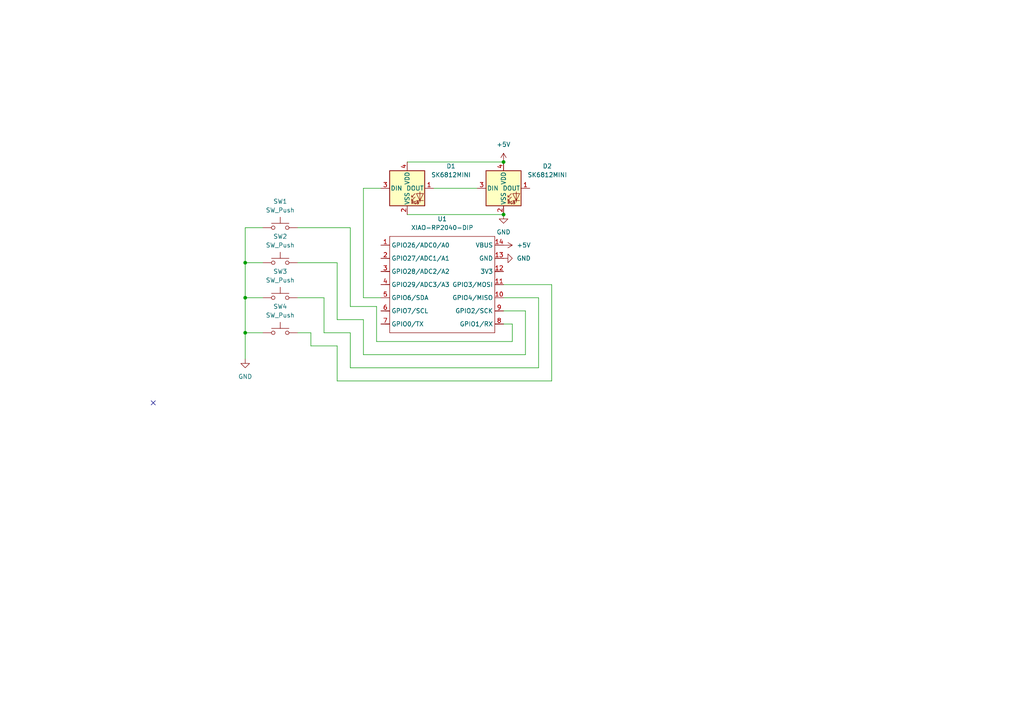
<source format=kicad_sch>
(kicad_sch
	(version 20250114)
	(generator "eeschema")
	(generator_version "9.0")
	(uuid "9a5a79c0-16e6-41c3-b33d-d46bf9886866")
	(paper "A4")
	(lib_symbols
		(symbol "LED:SK6812MINI"
			(pin_names
				(offset 0.254)
			)
			(exclude_from_sim no)
			(in_bom yes)
			(on_board yes)
			(property "Reference" "D"
				(at 5.08 5.715 0)
				(effects
					(font
						(size 1.27 1.27)
					)
					(justify right bottom)
				)
			)
			(property "Value" "SK6812MINI"
				(at 1.27 -5.715 0)
				(effects
					(font
						(size 1.27 1.27)
					)
					(justify left top)
				)
			)
			(property "Footprint" "LED_SMD:LED_SK6812MINI_PLCC4_3.5x3.5mm_P1.75mm"
				(at 1.27 -7.62 0)
				(effects
					(font
						(size 1.27 1.27)
					)
					(justify left top)
					(hide yes)
				)
			)
			(property "Datasheet" "https://cdn-shop.adafruit.com/product-files/2686/SK6812MINI_REV.01-1-2.pdf"
				(at 2.54 -9.525 0)
				(effects
					(font
						(size 1.27 1.27)
					)
					(justify left top)
					(hide yes)
				)
			)
			(property "Description" "RGB LED with integrated controller"
				(at 0 0 0)
				(effects
					(font
						(size 1.27 1.27)
					)
					(hide yes)
				)
			)
			(property "ki_keywords" "RGB LED NeoPixel Mini addressable"
				(at 0 0 0)
				(effects
					(font
						(size 1.27 1.27)
					)
					(hide yes)
				)
			)
			(property "ki_fp_filters" "LED*SK6812MINI*PLCC*3.5x3.5mm*P1.75mm*"
				(at 0 0 0)
				(effects
					(font
						(size 1.27 1.27)
					)
					(hide yes)
				)
			)
			(symbol "SK6812MINI_0_0"
				(text "RGB"
					(at 2.286 -4.191 0)
					(effects
						(font
							(size 0.762 0.762)
						)
					)
				)
			)
			(symbol "SK6812MINI_0_1"
				(polyline
					(pts
						(xy 1.27 -2.54) (xy 1.778 -2.54)
					)
					(stroke
						(width 0)
						(type default)
					)
					(fill
						(type none)
					)
				)
				(polyline
					(pts
						(xy 1.27 -3.556) (xy 1.778 -3.556)
					)
					(stroke
						(width 0)
						(type default)
					)
					(fill
						(type none)
					)
				)
				(polyline
					(pts
						(xy 2.286 -1.524) (xy 1.27 -2.54) (xy 1.27 -2.032)
					)
					(stroke
						(width 0)
						(type default)
					)
					(fill
						(type none)
					)
				)
				(polyline
					(pts
						(xy 2.286 -2.54) (xy 1.27 -3.556) (xy 1.27 -3.048)
					)
					(stroke
						(width 0)
						(type default)
					)
					(fill
						(type none)
					)
				)
				(polyline
					(pts
						(xy 3.683 -1.016) (xy 3.683 -3.556) (xy 3.683 -4.064)
					)
					(stroke
						(width 0)
						(type default)
					)
					(fill
						(type none)
					)
				)
				(polyline
					(pts
						(xy 4.699 -1.524) (xy 2.667 -1.524) (xy 3.683 -3.556) (xy 4.699 -1.524)
					)
					(stroke
						(width 0)
						(type default)
					)
					(fill
						(type none)
					)
				)
				(polyline
					(pts
						(xy 4.699 -3.556) (xy 2.667 -3.556)
					)
					(stroke
						(width 0)
						(type default)
					)
					(fill
						(type none)
					)
				)
				(rectangle
					(start 5.08 5.08)
					(end -5.08 -5.08)
					(stroke
						(width 0.254)
						(type default)
					)
					(fill
						(type background)
					)
				)
			)
			(symbol "SK6812MINI_1_1"
				(pin input line
					(at -7.62 0 0)
					(length 2.54)
					(name "DIN"
						(effects
							(font
								(size 1.27 1.27)
							)
						)
					)
					(number "3"
						(effects
							(font
								(size 1.27 1.27)
							)
						)
					)
				)
				(pin power_in line
					(at 0 7.62 270)
					(length 2.54)
					(name "VDD"
						(effects
							(font
								(size 1.27 1.27)
							)
						)
					)
					(number "4"
						(effects
							(font
								(size 1.27 1.27)
							)
						)
					)
				)
				(pin power_in line
					(at 0 -7.62 90)
					(length 2.54)
					(name "VSS"
						(effects
							(font
								(size 1.27 1.27)
							)
						)
					)
					(number "2"
						(effects
							(font
								(size 1.27 1.27)
							)
						)
					)
				)
				(pin output line
					(at 7.62 0 180)
					(length 2.54)
					(name "DOUT"
						(effects
							(font
								(size 1.27 1.27)
							)
						)
					)
					(number "1"
						(effects
							(font
								(size 1.27 1.27)
							)
						)
					)
				)
			)
			(embedded_fonts no)
		)
		(symbol "OPL:XIAO-RP2040-DIP"
			(exclude_from_sim no)
			(in_bom yes)
			(on_board yes)
			(property "Reference" "U"
				(at 0 0 0)
				(effects
					(font
						(size 1.27 1.27)
					)
				)
			)
			(property "Value" "XIAO-RP2040-DIP"
				(at 5.334 -1.778 0)
				(effects
					(font
						(size 1.27 1.27)
					)
				)
			)
			(property "Footprint" "Module:MOUDLE14P-XIAO-DIP-SMD"
				(at 14.478 -32.258 0)
				(effects
					(font
						(size 1.27 1.27)
					)
					(hide yes)
				)
			)
			(property "Datasheet" ""
				(at 0 0 0)
				(effects
					(font
						(size 1.27 1.27)
					)
					(hide yes)
				)
			)
			(property "Description" ""
				(at 0 0 0)
				(effects
					(font
						(size 1.27 1.27)
					)
					(hide yes)
				)
			)
			(symbol "XIAO-RP2040-DIP_1_0"
				(polyline
					(pts
						(xy -1.27 -2.54) (xy 29.21 -2.54)
					)
					(stroke
						(width 0.1524)
						(type solid)
					)
					(fill
						(type none)
					)
				)
				(polyline
					(pts
						(xy -1.27 -5.08) (xy -2.54 -5.08)
					)
					(stroke
						(width 0.1524)
						(type solid)
					)
					(fill
						(type none)
					)
				)
				(polyline
					(pts
						(xy -1.27 -5.08) (xy -1.27 -2.54)
					)
					(stroke
						(width 0.1524)
						(type solid)
					)
					(fill
						(type none)
					)
				)
				(polyline
					(pts
						(xy -1.27 -8.89) (xy -2.54 -8.89)
					)
					(stroke
						(width 0.1524)
						(type solid)
					)
					(fill
						(type none)
					)
				)
				(polyline
					(pts
						(xy -1.27 -8.89) (xy -1.27 -5.08)
					)
					(stroke
						(width 0.1524)
						(type solid)
					)
					(fill
						(type none)
					)
				)
				(polyline
					(pts
						(xy -1.27 -12.7) (xy -2.54 -12.7)
					)
					(stroke
						(width 0.1524)
						(type solid)
					)
					(fill
						(type none)
					)
				)
				(polyline
					(pts
						(xy -1.27 -12.7) (xy -1.27 -8.89)
					)
					(stroke
						(width 0.1524)
						(type solid)
					)
					(fill
						(type none)
					)
				)
				(polyline
					(pts
						(xy -1.27 -16.51) (xy -2.54 -16.51)
					)
					(stroke
						(width 0.1524)
						(type solid)
					)
					(fill
						(type none)
					)
				)
				(polyline
					(pts
						(xy -1.27 -16.51) (xy -1.27 -12.7)
					)
					(stroke
						(width 0.1524)
						(type solid)
					)
					(fill
						(type none)
					)
				)
				(polyline
					(pts
						(xy -1.27 -20.32) (xy -2.54 -20.32)
					)
					(stroke
						(width 0.1524)
						(type solid)
					)
					(fill
						(type none)
					)
				)
				(polyline
					(pts
						(xy -1.27 -24.13) (xy -2.54 -24.13)
					)
					(stroke
						(width 0.1524)
						(type solid)
					)
					(fill
						(type none)
					)
				)
				(polyline
					(pts
						(xy -1.27 -27.94) (xy -2.54 -27.94)
					)
					(stroke
						(width 0.1524)
						(type solid)
					)
					(fill
						(type none)
					)
				)
				(polyline
					(pts
						(xy -1.27 -30.48) (xy -1.27 -16.51)
					)
					(stroke
						(width 0.1524)
						(type solid)
					)
					(fill
						(type none)
					)
				)
				(polyline
					(pts
						(xy 29.21 -2.54) (xy 29.21 -5.08)
					)
					(stroke
						(width 0.1524)
						(type solid)
					)
					(fill
						(type none)
					)
				)
				(polyline
					(pts
						(xy 29.21 -5.08) (xy 29.21 -8.89)
					)
					(stroke
						(width 0.1524)
						(type solid)
					)
					(fill
						(type none)
					)
				)
				(polyline
					(pts
						(xy 29.21 -8.89) (xy 29.21 -12.7)
					)
					(stroke
						(width 0.1524)
						(type solid)
					)
					(fill
						(type none)
					)
				)
				(polyline
					(pts
						(xy 29.21 -12.7) (xy 29.21 -30.48)
					)
					(stroke
						(width 0.1524)
						(type solid)
					)
					(fill
						(type none)
					)
				)
				(polyline
					(pts
						(xy 29.21 -30.48) (xy -1.27 -30.48)
					)
					(stroke
						(width 0.1524)
						(type solid)
					)
					(fill
						(type none)
					)
				)
				(polyline
					(pts
						(xy 30.48 -5.08) (xy 29.21 -5.08)
					)
					(stroke
						(width 0.1524)
						(type solid)
					)
					(fill
						(type none)
					)
				)
				(polyline
					(pts
						(xy 30.48 -8.89) (xy 29.21 -8.89)
					)
					(stroke
						(width 0.1524)
						(type solid)
					)
					(fill
						(type none)
					)
				)
				(polyline
					(pts
						(xy 30.48 -12.7) (xy 29.21 -12.7)
					)
					(stroke
						(width 0.1524)
						(type solid)
					)
					(fill
						(type none)
					)
				)
				(polyline
					(pts
						(xy 30.48 -16.51) (xy 29.21 -16.51)
					)
					(stroke
						(width 0.1524)
						(type solid)
					)
					(fill
						(type none)
					)
				)
				(polyline
					(pts
						(xy 30.48 -20.32) (xy 29.21 -20.32)
					)
					(stroke
						(width 0.1524)
						(type solid)
					)
					(fill
						(type none)
					)
				)
				(polyline
					(pts
						(xy 30.48 -24.13) (xy 29.21 -24.13)
					)
					(stroke
						(width 0.1524)
						(type solid)
					)
					(fill
						(type none)
					)
				)
				(polyline
					(pts
						(xy 30.48 -27.94) (xy 29.21 -27.94)
					)
					(stroke
						(width 0.1524)
						(type solid)
					)
					(fill
						(type none)
					)
				)
				(pin passive line
					(at -3.81 -5.08 0)
					(length 2.54)
					(name "GPIO26/ADC0/A0"
						(effects
							(font
								(size 1.27 1.27)
							)
						)
					)
					(number "1"
						(effects
							(font
								(size 1.27 1.27)
							)
						)
					)
				)
				(pin passive line
					(at -3.81 -8.89 0)
					(length 2.54)
					(name "GPIO27/ADC1/A1"
						(effects
							(font
								(size 1.27 1.27)
							)
						)
					)
					(number "2"
						(effects
							(font
								(size 1.27 1.27)
							)
						)
					)
				)
				(pin passive line
					(at -3.81 -12.7 0)
					(length 2.54)
					(name "GPIO28/ADC2/A2"
						(effects
							(font
								(size 1.27 1.27)
							)
						)
					)
					(number "3"
						(effects
							(font
								(size 1.27 1.27)
							)
						)
					)
				)
				(pin passive line
					(at -3.81 -16.51 0)
					(length 2.54)
					(name "GPIO29/ADC3/A3"
						(effects
							(font
								(size 1.27 1.27)
							)
						)
					)
					(number "4"
						(effects
							(font
								(size 1.27 1.27)
							)
						)
					)
				)
				(pin passive line
					(at -3.81 -20.32 0)
					(length 2.54)
					(name "GPIO6/SDA"
						(effects
							(font
								(size 1.27 1.27)
							)
						)
					)
					(number "5"
						(effects
							(font
								(size 1.27 1.27)
							)
						)
					)
				)
				(pin passive line
					(at -3.81 -24.13 0)
					(length 2.54)
					(name "GPIO7/SCL"
						(effects
							(font
								(size 1.27 1.27)
							)
						)
					)
					(number "6"
						(effects
							(font
								(size 1.27 1.27)
							)
						)
					)
				)
				(pin passive line
					(at -3.81 -27.94 0)
					(length 2.54)
					(name "GPIO0/TX"
						(effects
							(font
								(size 1.27 1.27)
							)
						)
					)
					(number "7"
						(effects
							(font
								(size 1.27 1.27)
							)
						)
					)
				)
				(pin passive line
					(at 31.75 -5.08 180)
					(length 2.54)
					(name "VBUS"
						(effects
							(font
								(size 1.27 1.27)
							)
						)
					)
					(number "14"
						(effects
							(font
								(size 1.27 1.27)
							)
						)
					)
				)
				(pin passive line
					(at 31.75 -8.89 180)
					(length 2.54)
					(name "GND"
						(effects
							(font
								(size 1.27 1.27)
							)
						)
					)
					(number "13"
						(effects
							(font
								(size 1.27 1.27)
							)
						)
					)
				)
				(pin passive line
					(at 31.75 -12.7 180)
					(length 2.54)
					(name "3V3"
						(effects
							(font
								(size 1.27 1.27)
							)
						)
					)
					(number "12"
						(effects
							(font
								(size 1.27 1.27)
							)
						)
					)
				)
				(pin passive line
					(at 31.75 -16.51 180)
					(length 2.54)
					(name "GPIO3/MOSI"
						(effects
							(font
								(size 1.27 1.27)
							)
						)
					)
					(number "11"
						(effects
							(font
								(size 1.27 1.27)
							)
						)
					)
				)
				(pin passive line
					(at 31.75 -20.32 180)
					(length 2.54)
					(name "GPIO4/MISO"
						(effects
							(font
								(size 1.27 1.27)
							)
						)
					)
					(number "10"
						(effects
							(font
								(size 1.27 1.27)
							)
						)
					)
				)
				(pin passive line
					(at 31.75 -24.13 180)
					(length 2.54)
					(name "GPIO2/SCK"
						(effects
							(font
								(size 1.27 1.27)
							)
						)
					)
					(number "9"
						(effects
							(font
								(size 1.27 1.27)
							)
						)
					)
				)
				(pin passive line
					(at 31.75 -27.94 180)
					(length 2.54)
					(name "GPIO1/RX"
						(effects
							(font
								(size 1.27 1.27)
							)
						)
					)
					(number "8"
						(effects
							(font
								(size 1.27 1.27)
							)
						)
					)
				)
			)
			(embedded_fonts no)
		)
		(symbol "Switch:SW_Push"
			(pin_numbers
				(hide yes)
			)
			(pin_names
				(offset 1.016)
				(hide yes)
			)
			(exclude_from_sim no)
			(in_bom yes)
			(on_board yes)
			(property "Reference" "SW"
				(at 1.27 2.54 0)
				(effects
					(font
						(size 1.27 1.27)
					)
					(justify left)
				)
			)
			(property "Value" "SW_Push"
				(at 0 -1.524 0)
				(effects
					(font
						(size 1.27 1.27)
					)
				)
			)
			(property "Footprint" ""
				(at 0 5.08 0)
				(effects
					(font
						(size 1.27 1.27)
					)
					(hide yes)
				)
			)
			(property "Datasheet" "~"
				(at 0 5.08 0)
				(effects
					(font
						(size 1.27 1.27)
					)
					(hide yes)
				)
			)
			(property "Description" "Push button switch, generic, two pins"
				(at 0 0 0)
				(effects
					(font
						(size 1.27 1.27)
					)
					(hide yes)
				)
			)
			(property "ki_keywords" "switch normally-open pushbutton push-button"
				(at 0 0 0)
				(effects
					(font
						(size 1.27 1.27)
					)
					(hide yes)
				)
			)
			(symbol "SW_Push_0_1"
				(circle
					(center -2.032 0)
					(radius 0.508)
					(stroke
						(width 0)
						(type default)
					)
					(fill
						(type none)
					)
				)
				(polyline
					(pts
						(xy 0 1.27) (xy 0 3.048)
					)
					(stroke
						(width 0)
						(type default)
					)
					(fill
						(type none)
					)
				)
				(circle
					(center 2.032 0)
					(radius 0.508)
					(stroke
						(width 0)
						(type default)
					)
					(fill
						(type none)
					)
				)
				(polyline
					(pts
						(xy 2.54 1.27) (xy -2.54 1.27)
					)
					(stroke
						(width 0)
						(type default)
					)
					(fill
						(type none)
					)
				)
				(pin passive line
					(at -5.08 0 0)
					(length 2.54)
					(name "1"
						(effects
							(font
								(size 1.27 1.27)
							)
						)
					)
					(number "1"
						(effects
							(font
								(size 1.27 1.27)
							)
						)
					)
				)
				(pin passive line
					(at 5.08 0 180)
					(length 2.54)
					(name "2"
						(effects
							(font
								(size 1.27 1.27)
							)
						)
					)
					(number "2"
						(effects
							(font
								(size 1.27 1.27)
							)
						)
					)
				)
			)
			(embedded_fonts no)
		)
		(symbol "power:+5V"
			(power)
			(pin_numbers
				(hide yes)
			)
			(pin_names
				(offset 0)
				(hide yes)
			)
			(exclude_from_sim no)
			(in_bom yes)
			(on_board yes)
			(property "Reference" "#PWR"
				(at 0 -3.81 0)
				(effects
					(font
						(size 1.27 1.27)
					)
					(hide yes)
				)
			)
			(property "Value" "+5V"
				(at 0 3.556 0)
				(effects
					(font
						(size 1.27 1.27)
					)
				)
			)
			(property "Footprint" ""
				(at 0 0 0)
				(effects
					(font
						(size 1.27 1.27)
					)
					(hide yes)
				)
			)
			(property "Datasheet" ""
				(at 0 0 0)
				(effects
					(font
						(size 1.27 1.27)
					)
					(hide yes)
				)
			)
			(property "Description" "Power symbol creates a global label with name \"+5V\""
				(at 0 0 0)
				(effects
					(font
						(size 1.27 1.27)
					)
					(hide yes)
				)
			)
			(property "ki_keywords" "global power"
				(at 0 0 0)
				(effects
					(font
						(size 1.27 1.27)
					)
					(hide yes)
				)
			)
			(symbol "+5V_0_1"
				(polyline
					(pts
						(xy -0.762 1.27) (xy 0 2.54)
					)
					(stroke
						(width 0)
						(type default)
					)
					(fill
						(type none)
					)
				)
				(polyline
					(pts
						(xy 0 2.54) (xy 0.762 1.27)
					)
					(stroke
						(width 0)
						(type default)
					)
					(fill
						(type none)
					)
				)
				(polyline
					(pts
						(xy 0 0) (xy 0 2.54)
					)
					(stroke
						(width 0)
						(type default)
					)
					(fill
						(type none)
					)
				)
			)
			(symbol "+5V_1_1"
				(pin power_in line
					(at 0 0 90)
					(length 0)
					(name "~"
						(effects
							(font
								(size 1.27 1.27)
							)
						)
					)
					(number "1"
						(effects
							(font
								(size 1.27 1.27)
							)
						)
					)
				)
			)
			(embedded_fonts no)
		)
		(symbol "power:GND"
			(power)
			(pin_numbers
				(hide yes)
			)
			(pin_names
				(offset 0)
				(hide yes)
			)
			(exclude_from_sim no)
			(in_bom yes)
			(on_board yes)
			(property "Reference" "#PWR"
				(at 0 -6.35 0)
				(effects
					(font
						(size 1.27 1.27)
					)
					(hide yes)
				)
			)
			(property "Value" "GND"
				(at 0 -3.81 0)
				(effects
					(font
						(size 1.27 1.27)
					)
				)
			)
			(property "Footprint" ""
				(at 0 0 0)
				(effects
					(font
						(size 1.27 1.27)
					)
					(hide yes)
				)
			)
			(property "Datasheet" ""
				(at 0 0 0)
				(effects
					(font
						(size 1.27 1.27)
					)
					(hide yes)
				)
			)
			(property "Description" "Power symbol creates a global label with name \"GND\" , ground"
				(at 0 0 0)
				(effects
					(font
						(size 1.27 1.27)
					)
					(hide yes)
				)
			)
			(property "ki_keywords" "global power"
				(at 0 0 0)
				(effects
					(font
						(size 1.27 1.27)
					)
					(hide yes)
				)
			)
			(symbol "GND_0_1"
				(polyline
					(pts
						(xy 0 0) (xy 0 -1.27) (xy 1.27 -1.27) (xy 0 -2.54) (xy -1.27 -1.27) (xy 0 -1.27)
					)
					(stroke
						(width 0)
						(type default)
					)
					(fill
						(type none)
					)
				)
			)
			(symbol "GND_1_1"
				(pin power_in line
					(at 0 0 270)
					(length 0)
					(name "~"
						(effects
							(font
								(size 1.27 1.27)
							)
						)
					)
					(number "1"
						(effects
							(font
								(size 1.27 1.27)
							)
						)
					)
				)
			)
			(embedded_fonts no)
		)
	)
	(junction
		(at 71.12 76.2)
		(diameter 0)
		(color 0 0 0 0)
		(uuid "24bcf02c-610d-41a4-991a-037e6aea3b5e")
	)
	(junction
		(at 146.05 46.99)
		(diameter 0)
		(color 0 0 0 0)
		(uuid "c3688040-6f65-4067-b281-068b9e2aa820")
	)
	(junction
		(at 71.12 86.36)
		(diameter 0)
		(color 0 0 0 0)
		(uuid "d655bd56-fa70-4d9b-bb3e-c80563dfd2f7")
	)
	(junction
		(at 71.12 96.52)
		(diameter 0)
		(color 0 0 0 0)
		(uuid "e152acf9-e1da-435d-ad3f-e702c01536f9")
	)
	(junction
		(at 146.05 62.23)
		(diameter 0)
		(color 0 0 0 0)
		(uuid "eedc0442-2412-4bf6-b431-9bc76de35a09")
	)
	(no_connect
		(at 44.45 116.84)
		(uuid "591f20fe-0669-41ca-ab54-11c9d3e437dc")
	)
	(wire
		(pts
			(xy 101.6 96.52) (xy 101.6 106.68)
		)
		(stroke
			(width 0)
			(type default)
		)
		(uuid "0171106f-7f5d-48a6-9ae4-d51e4de00f9e")
	)
	(wire
		(pts
			(xy 97.79 92.71) (xy 105.41 92.71)
		)
		(stroke
			(width 0)
			(type default)
		)
		(uuid "0bac829f-cbdb-437f-89cd-105ac9ec6948")
	)
	(wire
		(pts
			(xy 76.2 66.04) (xy 71.12 66.04)
		)
		(stroke
			(width 0)
			(type default)
		)
		(uuid "0d0d0b17-2bae-4355-8be9-4b686086984f")
	)
	(wire
		(pts
			(xy 86.36 86.36) (xy 93.98 86.36)
		)
		(stroke
			(width 0)
			(type default)
		)
		(uuid "0f740e4a-1d63-4917-a7f1-e24be585008d")
	)
	(wire
		(pts
			(xy 109.22 99.06) (xy 148.59 99.06)
		)
		(stroke
			(width 0)
			(type default)
		)
		(uuid "15e88714-bbe7-411a-8103-636a971ed87c")
	)
	(wire
		(pts
			(xy 101.6 66.04) (xy 101.6 88.9)
		)
		(stroke
			(width 0)
			(type default)
		)
		(uuid "16192ec8-c68c-42e9-b1e3-b927f93831c1")
	)
	(wire
		(pts
			(xy 71.12 86.36) (xy 71.12 96.52)
		)
		(stroke
			(width 0)
			(type default)
		)
		(uuid "18e90e5f-6252-4b0e-9d31-01a4c2bf6ba5")
	)
	(wire
		(pts
			(xy 97.79 100.33) (xy 97.79 110.49)
		)
		(stroke
			(width 0)
			(type default)
		)
		(uuid "300d4e85-77a6-4a54-b7fd-639222a8ef1a")
	)
	(wire
		(pts
			(xy 71.12 86.36) (xy 76.2 86.36)
		)
		(stroke
			(width 0)
			(type default)
		)
		(uuid "360f16f7-86c7-41e4-aa32-81a112490953")
	)
	(wire
		(pts
			(xy 93.98 96.52) (xy 101.6 96.52)
		)
		(stroke
			(width 0)
			(type default)
		)
		(uuid "3dfdce01-fc39-4f42-99cf-8b3c1e16703d")
	)
	(wire
		(pts
			(xy 146.05 93.98) (xy 148.59 93.98)
		)
		(stroke
			(width 0)
			(type default)
		)
		(uuid "3f8bae9f-e0a6-445e-ad2e-fd89d35d0da4")
	)
	(wire
		(pts
			(xy 90.17 96.52) (xy 90.17 100.33)
		)
		(stroke
			(width 0)
			(type default)
		)
		(uuid "517c317e-62c1-4b04-88ee-f722606aa3e7")
	)
	(wire
		(pts
			(xy 101.6 106.68) (xy 156.21 106.68)
		)
		(stroke
			(width 0)
			(type default)
		)
		(uuid "57733d1c-372c-48bc-beba-93f04a336f2c")
	)
	(wire
		(pts
			(xy 146.05 90.17) (xy 152.4 90.17)
		)
		(stroke
			(width 0)
			(type default)
		)
		(uuid "5b09955a-ca53-4e8e-ad9e-2429068d4bc9")
	)
	(wire
		(pts
			(xy 86.36 66.04) (xy 101.6 66.04)
		)
		(stroke
			(width 0)
			(type default)
		)
		(uuid "5c64c5a2-d6ca-47e5-aceb-98865487bed6")
	)
	(wire
		(pts
			(xy 71.12 66.04) (xy 71.12 76.2)
		)
		(stroke
			(width 0)
			(type default)
		)
		(uuid "61c71a5a-f7a1-449d-863e-5df8773ac2a2")
	)
	(wire
		(pts
			(xy 160.02 110.49) (xy 160.02 82.55)
		)
		(stroke
			(width 0)
			(type default)
		)
		(uuid "692c9b02-2137-496f-b234-bac3fb2ac364")
	)
	(wire
		(pts
			(xy 101.6 88.9) (xy 109.22 88.9)
		)
		(stroke
			(width 0)
			(type default)
		)
		(uuid "76b2634d-6dda-42a4-8c4c-edb080a3c923")
	)
	(wire
		(pts
			(xy 105.41 92.71) (xy 105.41 102.87)
		)
		(stroke
			(width 0)
			(type default)
		)
		(uuid "7de5a1e5-997a-4914-9f14-bca3828a9514")
	)
	(wire
		(pts
			(xy 105.41 54.61) (xy 105.41 86.36)
		)
		(stroke
			(width 0)
			(type default)
		)
		(uuid "82d23b57-871c-44e9-a971-398776da8631")
	)
	(wire
		(pts
			(xy 71.12 76.2) (xy 71.12 86.36)
		)
		(stroke
			(width 0)
			(type default)
		)
		(uuid "83e688c5-6558-4bde-9ee8-1b9feabe6502")
	)
	(wire
		(pts
			(xy 146.05 82.55) (xy 160.02 82.55)
		)
		(stroke
			(width 0)
			(type default)
		)
		(uuid "87ac69d2-1f19-44d3-b225-bc64280f69bc")
	)
	(wire
		(pts
			(xy 110.49 54.61) (xy 105.41 54.61)
		)
		(stroke
			(width 0)
			(type default)
		)
		(uuid "881720d1-7192-4bd1-82bf-3e061e356fc6")
	)
	(wire
		(pts
			(xy 97.79 110.49) (xy 160.02 110.49)
		)
		(stroke
			(width 0)
			(type default)
		)
		(uuid "8bc30cfc-e3bc-4d8a-9d87-cf530d56d750")
	)
	(wire
		(pts
			(xy 156.21 106.68) (xy 156.21 86.36)
		)
		(stroke
			(width 0)
			(type default)
		)
		(uuid "8e67c557-f32c-413d-8408-e543f5286273")
	)
	(wire
		(pts
			(xy 86.36 76.2) (xy 97.79 76.2)
		)
		(stroke
			(width 0)
			(type default)
		)
		(uuid "8ee98d40-104f-447d-ae09-a547b7cd8dc4")
	)
	(wire
		(pts
			(xy 86.36 96.52) (xy 90.17 96.52)
		)
		(stroke
			(width 0)
			(type default)
		)
		(uuid "93466b61-d0e7-42cc-9a7d-58d9daea1f52")
	)
	(wire
		(pts
			(xy 118.11 46.99) (xy 146.05 46.99)
		)
		(stroke
			(width 0)
			(type default)
		)
		(uuid "9c82540e-129c-4e06-a471-07ef07e65896")
	)
	(wire
		(pts
			(xy 146.05 86.36) (xy 156.21 86.36)
		)
		(stroke
			(width 0)
			(type default)
		)
		(uuid "a26b2944-b21d-497a-bf57-24a295088751")
	)
	(wire
		(pts
			(xy 105.41 86.36) (xy 110.49 86.36)
		)
		(stroke
			(width 0)
			(type default)
		)
		(uuid "adcf40d9-2555-44dd-9bd4-bb0360857038")
	)
	(wire
		(pts
			(xy 125.73 54.61) (xy 138.43 54.61)
		)
		(stroke
			(width 0)
			(type default)
		)
		(uuid "b040ac8c-c28f-4c23-bec8-e6f4b63078c8")
	)
	(wire
		(pts
			(xy 118.11 62.23) (xy 146.05 62.23)
		)
		(stroke
			(width 0)
			(type default)
		)
		(uuid "b118c901-4326-4e47-b619-fda7420e9363")
	)
	(wire
		(pts
			(xy 105.41 102.87) (xy 152.4 102.87)
		)
		(stroke
			(width 0)
			(type default)
		)
		(uuid "b9642963-147e-47b8-817c-59fac2ec487b")
	)
	(wire
		(pts
			(xy 90.17 100.33) (xy 97.79 100.33)
		)
		(stroke
			(width 0)
			(type default)
		)
		(uuid "ba8ef35a-a032-4328-9b61-0a9f6532dc5e")
	)
	(wire
		(pts
			(xy 109.22 88.9) (xy 109.22 99.06)
		)
		(stroke
			(width 0)
			(type default)
		)
		(uuid "c5aa78a2-2288-4ff8-b0ac-378a7829f673")
	)
	(wire
		(pts
			(xy 152.4 102.87) (xy 152.4 90.17)
		)
		(stroke
			(width 0)
			(type default)
		)
		(uuid "da8ac314-4af5-4a29-81e4-8ee9c85873d7")
	)
	(wire
		(pts
			(xy 148.59 99.06) (xy 148.59 93.98)
		)
		(stroke
			(width 0)
			(type default)
		)
		(uuid "dee0872a-059e-4246-9313-71d055971f7c")
	)
	(wire
		(pts
			(xy 71.12 96.52) (xy 76.2 96.52)
		)
		(stroke
			(width 0)
			(type default)
		)
		(uuid "e151c161-6161-4125-a88c-e38c768afd56")
	)
	(wire
		(pts
			(xy 71.12 76.2) (xy 76.2 76.2)
		)
		(stroke
			(width 0)
			(type default)
		)
		(uuid "e344e9bf-14f4-478c-bb75-4d14219e2b38")
	)
	(wire
		(pts
			(xy 93.98 86.36) (xy 93.98 96.52)
		)
		(stroke
			(width 0)
			(type default)
		)
		(uuid "efec0518-ced8-4d4b-8785-86ce1e42935c")
	)
	(wire
		(pts
			(xy 71.12 96.52) (xy 71.12 104.14)
		)
		(stroke
			(width 0)
			(type default)
		)
		(uuid "f71e78d2-0d1b-435d-b704-0a4737f82f19")
	)
	(wire
		(pts
			(xy 97.79 76.2) (xy 97.79 92.71)
		)
		(stroke
			(width 0)
			(type default)
		)
		(uuid "f9be5121-0e33-404f-828d-1bdb0ebfeaea")
	)
	(symbol
		(lib_id "power:+5V")
		(at 146.05 71.12 270)
		(unit 1)
		(exclude_from_sim no)
		(in_bom yes)
		(on_board yes)
		(dnp no)
		(fields_autoplaced yes)
		(uuid "037a9a11-47d1-4a3f-bd34-7c78fbc3dd7a")
		(property "Reference" "#PWR03"
			(at 142.24 71.12 0)
			(effects
				(font
					(size 1.27 1.27)
				)
				(hide yes)
			)
		)
		(property "Value" "+5V"
			(at 149.86 71.1199 90)
			(effects
				(font
					(size 1.27 1.27)
				)
				(justify left)
			)
		)
		(property "Footprint" ""
			(at 146.05 71.12 0)
			(effects
				(font
					(size 1.27 1.27)
				)
				(hide yes)
			)
		)
		(property "Datasheet" ""
			(at 146.05 71.12 0)
			(effects
				(font
					(size 1.27 1.27)
				)
				(hide yes)
			)
		)
		(property "Description" "Power symbol creates a global label with name \"+5V\""
			(at 146.05 71.12 0)
			(effects
				(font
					(size 1.27 1.27)
				)
				(hide yes)
			)
		)
		(pin "1"
			(uuid "4b3642ea-3693-437c-83ea-3a69b596e63b")
		)
		(instances
			(project ""
				(path "/9a5a79c0-16e6-41c3-b33d-d46bf9886866"
					(reference "#PWR03")
					(unit 1)
				)
			)
		)
	)
	(symbol
		(lib_id "power:GND")
		(at 146.05 62.23 0)
		(unit 1)
		(exclude_from_sim no)
		(in_bom yes)
		(on_board yes)
		(dnp no)
		(fields_autoplaced yes)
		(uuid "0d351a59-bb97-40e3-b8cf-b8c6211db484")
		(property "Reference" "#PWR02"
			(at 146.05 68.58 0)
			(effects
				(font
					(size 1.27 1.27)
				)
				(hide yes)
			)
		)
		(property "Value" "GND"
			(at 146.05 67.31 0)
			(effects
				(font
					(size 1.27 1.27)
				)
			)
		)
		(property "Footprint" ""
			(at 146.05 62.23 0)
			(effects
				(font
					(size 1.27 1.27)
				)
				(hide yes)
			)
		)
		(property "Datasheet" ""
			(at 146.05 62.23 0)
			(effects
				(font
					(size 1.27 1.27)
				)
				(hide yes)
			)
		)
		(property "Description" "Power symbol creates a global label with name \"GND\" , ground"
			(at 146.05 62.23 0)
			(effects
				(font
					(size 1.27 1.27)
				)
				(hide yes)
			)
		)
		(pin "1"
			(uuid "bc5b0bcc-116f-4f8e-b983-d82ed7fdc6a1")
		)
		(instances
			(project ""
				(path "/9a5a79c0-16e6-41c3-b33d-d46bf9886866"
					(reference "#PWR02")
					(unit 1)
				)
			)
		)
	)
	(symbol
		(lib_id "Switch:SW_Push")
		(at 81.28 86.36 0)
		(unit 1)
		(exclude_from_sim no)
		(in_bom yes)
		(on_board yes)
		(dnp no)
		(fields_autoplaced yes)
		(uuid "1ef6e5cd-fec9-4759-a17e-f33830b60412")
		(property "Reference" "SW3"
			(at 81.28 78.74 0)
			(effects
				(font
					(size 1.27 1.27)
				)
			)
		)
		(property "Value" "SW_Push"
			(at 81.28 81.28 0)
			(effects
				(font
					(size 1.27 1.27)
				)
			)
		)
		(property "Footprint" "Button_Switch_Keyboard:SW_Cherry_MX_1.00u_PCB"
			(at 81.28 81.28 0)
			(effects
				(font
					(size 1.27 1.27)
				)
				(hide yes)
			)
		)
		(property "Datasheet" "~"
			(at 81.28 81.28 0)
			(effects
				(font
					(size 1.27 1.27)
				)
				(hide yes)
			)
		)
		(property "Description" "Push button switch, generic, two pins"
			(at 81.28 86.36 0)
			(effects
				(font
					(size 1.27 1.27)
				)
				(hide yes)
			)
		)
		(pin "1"
			(uuid "ca4bda49-7ba6-4ebb-a322-77401b5e9c40")
		)
		(pin "2"
			(uuid "12b49099-2e13-46eb-a25d-38c7ab5a8025")
		)
		(instances
			(project ""
				(path "/9a5a79c0-16e6-41c3-b33d-d46bf9886866"
					(reference "SW3")
					(unit 1)
				)
			)
		)
	)
	(symbol
		(lib_id "Switch:SW_Push")
		(at 81.28 76.2 0)
		(unit 1)
		(exclude_from_sim no)
		(in_bom yes)
		(on_board yes)
		(dnp no)
		(fields_autoplaced yes)
		(uuid "5604bef4-7b33-4296-999c-5de430948ae6")
		(property "Reference" "SW2"
			(at 81.28 68.58 0)
			(effects
				(font
					(size 1.27 1.27)
				)
			)
		)
		(property "Value" "SW_Push"
			(at 81.28 71.12 0)
			(effects
				(font
					(size 1.27 1.27)
				)
			)
		)
		(property "Footprint" "Button_Switch_Keyboard:SW_Cherry_MX_1.00u_PCB"
			(at 81.28 71.12 0)
			(effects
				(font
					(size 1.27 1.27)
				)
				(hide yes)
			)
		)
		(property "Datasheet" "~"
			(at 81.28 71.12 0)
			(effects
				(font
					(size 1.27 1.27)
				)
				(hide yes)
			)
		)
		(property "Description" "Push button switch, generic, two pins"
			(at 81.28 76.2 0)
			(effects
				(font
					(size 1.27 1.27)
				)
				(hide yes)
			)
		)
		(pin "1"
			(uuid "b914b6a7-9c10-4bfd-a1a2-ae2a25105577")
		)
		(pin "2"
			(uuid "08c8ecd2-0a04-4a92-98a9-2cc50353c429")
		)
		(instances
			(project ""
				(path "/9a5a79c0-16e6-41c3-b33d-d46bf9886866"
					(reference "SW2")
					(unit 1)
				)
			)
		)
	)
	(symbol
		(lib_id "Switch:SW_Push")
		(at 81.28 96.52 0)
		(unit 1)
		(exclude_from_sim no)
		(in_bom yes)
		(on_board yes)
		(dnp no)
		(fields_autoplaced yes)
		(uuid "5be64842-b3d1-433b-a9c5-24dea43be591")
		(property "Reference" "SW4"
			(at 81.28 88.9 0)
			(effects
				(font
					(size 1.27 1.27)
				)
			)
		)
		(property "Value" "SW_Push"
			(at 81.28 91.44 0)
			(effects
				(font
					(size 1.27 1.27)
				)
			)
		)
		(property "Footprint" "Button_Switch_Keyboard:SW_Cherry_MX_1.00u_PCB"
			(at 81.28 91.44 0)
			(effects
				(font
					(size 1.27 1.27)
				)
				(hide yes)
			)
		)
		(property "Datasheet" "~"
			(at 81.28 91.44 0)
			(effects
				(font
					(size 1.27 1.27)
				)
				(hide yes)
			)
		)
		(property "Description" "Push button switch, generic, two pins"
			(at 81.28 96.52 0)
			(effects
				(font
					(size 1.27 1.27)
				)
				(hide yes)
			)
		)
		(pin "1"
			(uuid "3baa3d50-1241-46fd-b581-5ac13d9c2aa1")
		)
		(pin "2"
			(uuid "0b392d13-2af8-415e-8669-47ed1adc7460")
		)
		(instances
			(project ""
				(path "/9a5a79c0-16e6-41c3-b33d-d46bf9886866"
					(reference "SW4")
					(unit 1)
				)
			)
		)
	)
	(symbol
		(lib_id "power:GND")
		(at 71.12 104.14 0)
		(unit 1)
		(exclude_from_sim no)
		(in_bom yes)
		(on_board yes)
		(dnp no)
		(fields_autoplaced yes)
		(uuid "631f34d2-6b64-4f1c-9697-18cb212af1e1")
		(property "Reference" "#PWR05"
			(at 71.12 110.49 0)
			(effects
				(font
					(size 1.27 1.27)
				)
				(hide yes)
			)
		)
		(property "Value" "GND"
			(at 71.12 109.22 0)
			(effects
				(font
					(size 1.27 1.27)
				)
			)
		)
		(property "Footprint" ""
			(at 71.12 104.14 0)
			(effects
				(font
					(size 1.27 1.27)
				)
				(hide yes)
			)
		)
		(property "Datasheet" ""
			(at 71.12 104.14 0)
			(effects
				(font
					(size 1.27 1.27)
				)
				(hide yes)
			)
		)
		(property "Description" "Power symbol creates a global label with name \"GND\" , ground"
			(at 71.12 104.14 0)
			(effects
				(font
					(size 1.27 1.27)
				)
				(hide yes)
			)
		)
		(pin "1"
			(uuid "bf5ad2b2-2c85-4458-8139-1ae5f0c598b6")
		)
		(instances
			(project ""
				(path "/9a5a79c0-16e6-41c3-b33d-d46bf9886866"
					(reference "#PWR05")
					(unit 1)
				)
			)
		)
	)
	(symbol
		(lib_id "power:GND")
		(at 146.05 74.93 90)
		(unit 1)
		(exclude_from_sim no)
		(in_bom yes)
		(on_board yes)
		(dnp no)
		(fields_autoplaced yes)
		(uuid "6f6a3e88-481e-44c4-86d4-46b719a87535")
		(property "Reference" "#PWR04"
			(at 152.4 74.93 0)
			(effects
				(font
					(size 1.27 1.27)
				)
				(hide yes)
			)
		)
		(property "Value" "GND"
			(at 149.86 74.9299 90)
			(effects
				(font
					(size 1.27 1.27)
				)
				(justify right)
			)
		)
		(property "Footprint" ""
			(at 146.05 74.93 0)
			(effects
				(font
					(size 1.27 1.27)
				)
				(hide yes)
			)
		)
		(property "Datasheet" ""
			(at 146.05 74.93 0)
			(effects
				(font
					(size 1.27 1.27)
				)
				(hide yes)
			)
		)
		(property "Description" "Power symbol creates a global label with name \"GND\" , ground"
			(at 146.05 74.93 0)
			(effects
				(font
					(size 1.27 1.27)
				)
				(hide yes)
			)
		)
		(pin "1"
			(uuid "334ad436-d956-4702-9e43-fb494dd33880")
		)
		(instances
			(project ""
				(path "/9a5a79c0-16e6-41c3-b33d-d46bf9886866"
					(reference "#PWR04")
					(unit 1)
				)
			)
		)
	)
	(symbol
		(lib_id "OPL:XIAO-RP2040-DIP")
		(at 114.3 66.04 0)
		(unit 1)
		(exclude_from_sim no)
		(in_bom yes)
		(on_board yes)
		(dnp no)
		(fields_autoplaced yes)
		(uuid "a6d5fb38-85f0-47db-85bb-aef433e5c6cf")
		(property "Reference" "U1"
			(at 128.27 63.5 0)
			(effects
				(font
					(size 1.27 1.27)
				)
			)
		)
		(property "Value" "XIAO-RP2040-DIP"
			(at 128.27 66.04 0)
			(effects
				(font
					(size 1.27 1.27)
				)
			)
		)
		(property "Footprint" "OPL:XIAO-RP2040-DIP"
			(at 128.778 98.298 0)
			(effects
				(font
					(size 1.27 1.27)
				)
				(hide yes)
			)
		)
		(property "Datasheet" ""
			(at 114.3 66.04 0)
			(effects
				(font
					(size 1.27 1.27)
				)
				(hide yes)
			)
		)
		(property "Description" ""
			(at 114.3 66.04 0)
			(effects
				(font
					(size 1.27 1.27)
				)
				(hide yes)
			)
		)
		(pin "2"
			(uuid "d34711ac-2378-42c3-b45e-4c8c6c56b350")
		)
		(pin "5"
			(uuid "0501e22c-36e5-4b62-80e8-62ec9051e2fa")
		)
		(pin "1"
			(uuid "800f488b-4f46-42ed-b1d0-d9d16367f1ca")
		)
		(pin "3"
			(uuid "2c7161ca-c383-429f-89d6-96922a389445")
		)
		(pin "4"
			(uuid "1a3c5d72-8003-407e-9ad8-bd0abd9ea217")
		)
		(pin "6"
			(uuid "8bc94f83-7ac1-4218-9916-5bcdb7fc65d9")
		)
		(pin "7"
			(uuid "49c18739-1e00-4851-bc8b-37f58d72a6ac")
		)
		(pin "12"
			(uuid "2a9aa8ea-0148-43e3-95f1-35f368ee771b")
		)
		(pin "14"
			(uuid "8a4ec8e0-9ca6-4571-a73b-9da9d591db8e")
		)
		(pin "11"
			(uuid "c6a95c97-5045-406c-8864-045711f4dcc0")
		)
		(pin "9"
			(uuid "c0cdb94d-c9ef-4b1c-bb9e-e3151777f710")
		)
		(pin "8"
			(uuid "fd45c97c-9ae3-4f6b-8aea-659e4b533c13")
		)
		(pin "10"
			(uuid "b4a0f59e-6abc-41e7-9d94-b798837dbb0a")
		)
		(pin "13"
			(uuid "9c3da329-d19d-436d-9fcb-511ef9201bca")
		)
		(instances
			(project ""
				(path "/9a5a79c0-16e6-41c3-b33d-d46bf9886866"
					(reference "U1")
					(unit 1)
				)
			)
		)
	)
	(symbol
		(lib_id "Switch:SW_Push")
		(at 81.28 66.04 0)
		(unit 1)
		(exclude_from_sim no)
		(in_bom yes)
		(on_board yes)
		(dnp no)
		(fields_autoplaced yes)
		(uuid "cdb7e994-5e36-49d0-9fdd-c955c468dec0")
		(property "Reference" "SW1"
			(at 81.28 58.42 0)
			(effects
				(font
					(size 1.27 1.27)
				)
			)
		)
		(property "Value" "SW_Push"
			(at 81.28 60.96 0)
			(effects
				(font
					(size 1.27 1.27)
				)
			)
		)
		(property "Footprint" "Button_Switch_Keyboard:SW_Cherry_MX_1.00u_PCB"
			(at 81.28 60.96 0)
			(effects
				(font
					(size 1.27 1.27)
				)
				(hide yes)
			)
		)
		(property "Datasheet" "~"
			(at 81.28 60.96 0)
			(effects
				(font
					(size 1.27 1.27)
				)
				(hide yes)
			)
		)
		(property "Description" "Push button switch, generic, two pins"
			(at 81.28 66.04 0)
			(effects
				(font
					(size 1.27 1.27)
				)
				(hide yes)
			)
		)
		(pin "1"
			(uuid "f0a69499-df54-4de9-acb0-64c368f641fe")
		)
		(pin "2"
			(uuid "45b7f958-b5ff-4bcf-bd19-1f683b6ebb9a")
		)
		(instances
			(project ""
				(path "/9a5a79c0-16e6-41c3-b33d-d46bf9886866"
					(reference "SW1")
					(unit 1)
				)
			)
		)
	)
	(symbol
		(lib_id "power:+5V")
		(at 146.05 46.99 0)
		(unit 1)
		(exclude_from_sim no)
		(in_bom yes)
		(on_board yes)
		(dnp no)
		(fields_autoplaced yes)
		(uuid "f2807cf6-873a-4c36-bcd1-9d79421acf2a")
		(property "Reference" "#PWR01"
			(at 146.05 50.8 0)
			(effects
				(font
					(size 1.27 1.27)
				)
				(hide yes)
			)
		)
		(property "Value" "+5V"
			(at 146.05 41.91 0)
			(effects
				(font
					(size 1.27 1.27)
				)
			)
		)
		(property "Footprint" ""
			(at 146.05 46.99 0)
			(effects
				(font
					(size 1.27 1.27)
				)
				(hide yes)
			)
		)
		(property "Datasheet" ""
			(at 146.05 46.99 0)
			(effects
				(font
					(size 1.27 1.27)
				)
				(hide yes)
			)
		)
		(property "Description" "Power symbol creates a global label with name \"+5V\""
			(at 146.05 46.99 0)
			(effects
				(font
					(size 1.27 1.27)
				)
				(hide yes)
			)
		)
		(pin "1"
			(uuid "827820ce-5db7-4052-bc85-aa26252f474e")
		)
		(instances
			(project ""
				(path "/9a5a79c0-16e6-41c3-b33d-d46bf9886866"
					(reference "#PWR01")
					(unit 1)
				)
			)
		)
	)
	(symbol
		(lib_id "LED:SK6812MINI")
		(at 118.11 54.61 0)
		(unit 1)
		(exclude_from_sim no)
		(in_bom yes)
		(on_board yes)
		(dnp no)
		(fields_autoplaced yes)
		(uuid "f94d9eff-4e30-4e87-85b8-803372ce54ce")
		(property "Reference" "D1"
			(at 130.81 48.1898 0)
			(effects
				(font
					(size 1.27 1.27)
				)
			)
		)
		(property "Value" "SK6812MINI"
			(at 130.81 50.7298 0)
			(effects
				(font
					(size 1.27 1.27)
				)
			)
		)
		(property "Footprint" "LED_SMD:LED_SK6812MINI_PLCC4_3.5x3.5mm_P1.75mm"
			(at 119.38 62.23 0)
			(effects
				(font
					(size 1.27 1.27)
				)
				(justify left top)
				(hide yes)
			)
		)
		(property "Datasheet" "https://cdn-shop.adafruit.com/product-files/2686/SK6812MINI_REV.01-1-2.pdf"
			(at 120.65 64.135 0)
			(effects
				(font
					(size 1.27 1.27)
				)
				(justify left top)
				(hide yes)
			)
		)
		(property "Description" "RGB LED with integrated controller"
			(at 118.11 54.61 0)
			(effects
				(font
					(size 1.27 1.27)
				)
				(hide yes)
			)
		)
		(pin "4"
			(uuid "efe82d30-39e6-412f-841c-f0a3ead2bdeb")
		)
		(pin "2"
			(uuid "62bb08dc-e0cb-450c-8d38-b97ca86ee6fb")
		)
		(pin "3"
			(uuid "e156f426-3634-4aaf-974e-7eeba2491e53")
		)
		(pin "1"
			(uuid "3c3caf1d-37d6-4592-9dd1-aebffac9de27")
		)
		(instances
			(project ""
				(path "/9a5a79c0-16e6-41c3-b33d-d46bf9886866"
					(reference "D1")
					(unit 1)
				)
			)
		)
	)
	(symbol
		(lib_id "LED:SK6812MINI")
		(at 146.05 54.61 0)
		(unit 1)
		(exclude_from_sim no)
		(in_bom yes)
		(on_board yes)
		(dnp no)
		(fields_autoplaced yes)
		(uuid "fb402095-5257-4835-86a3-1688cbfc0b6f")
		(property "Reference" "D2"
			(at 158.75 48.1898 0)
			(effects
				(font
					(size 1.27 1.27)
				)
			)
		)
		(property "Value" "SK6812MINI"
			(at 158.75 50.7298 0)
			(effects
				(font
					(size 1.27 1.27)
				)
			)
		)
		(property "Footprint" "LED_SMD:LED_SK6812MINI_PLCC4_3.5x3.5mm_P1.75mm"
			(at 147.32 62.23 0)
			(effects
				(font
					(size 1.27 1.27)
				)
				(justify left top)
				(hide yes)
			)
		)
		(property "Datasheet" "https://cdn-shop.adafruit.com/product-files/2686/SK6812MINI_REV.01-1-2.pdf"
			(at 148.59 64.135 0)
			(effects
				(font
					(size 1.27 1.27)
				)
				(justify left top)
				(hide yes)
			)
		)
		(property "Description" "RGB LED with integrated controller"
			(at 146.05 54.61 0)
			(effects
				(font
					(size 1.27 1.27)
				)
				(hide yes)
			)
		)
		(pin "4"
			(uuid "d18d3353-531d-4ae3-95a0-f73b3d7b07a9")
		)
		(pin "2"
			(uuid "6135d979-5be6-44f3-b3a6-2d4c99893f33")
		)
		(pin "3"
			(uuid "bf1ea704-923e-4efe-a7dc-bacfe92365cc")
		)
		(pin "1"
			(uuid "13a0c776-6192-4575-90c1-8a59380cb1ff")
		)
		(instances
			(project "hackpad"
				(path "/9a5a79c0-16e6-41c3-b33d-d46bf9886866"
					(reference "D2")
					(unit 1)
				)
			)
		)
	)
	(sheet_instances
		(path "/"
			(page "1")
		)
	)
	(embedded_fonts no)
)

</source>
